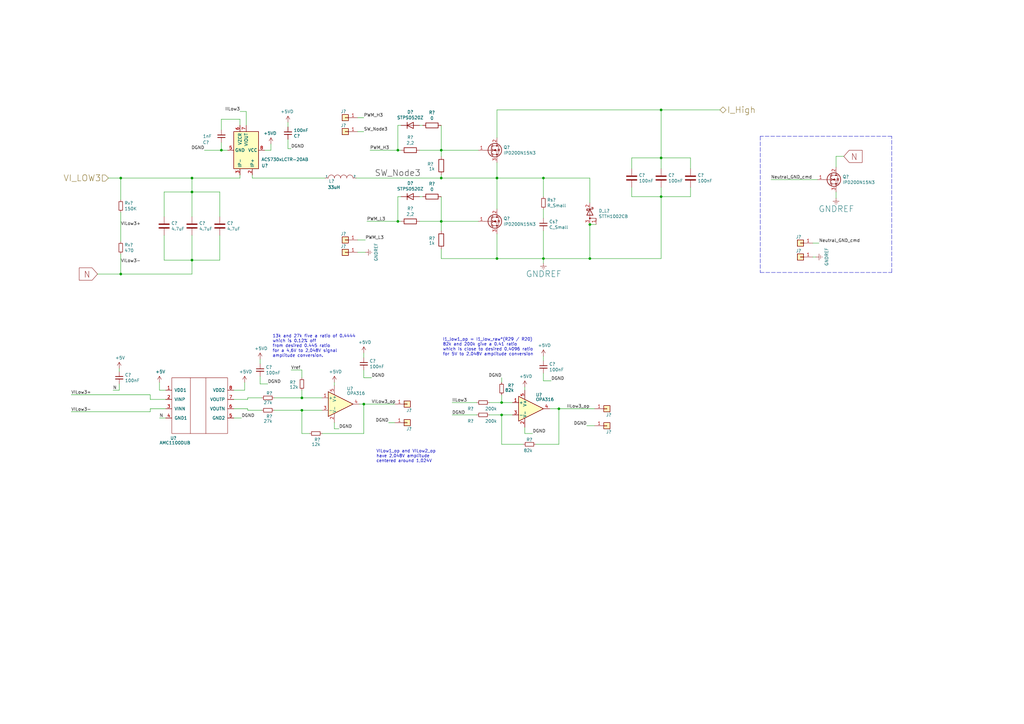
<source format=kicad_sch>
(kicad_sch (version 20211123) (generator eeschema)
  (paper "A3")
  (lib_symbols
    (symbol "Amplifier_Operational:TLV6001DCK" (pin_names (offset 0.127))
      (property "Reference" "U" (at 7.62 2.54 0))
      (property "Value" "Amplifier_Operational_TLV6001DCK" (at 11.43 -2.54 0))
      (symbol "TLV6001DCK_0_1"
        (polyline (pts (xy -2.54 5.08) (xy -2.54 -5.08) (xy 7.62 0) (xy -2.54 5.08)) (stroke (width 0.254)) (fill (type background)))
      )
      (symbol "TLV6001DCK_1_1"
        (pin input line (at -5.08 2.54 0) (length 2.54) (name "+") (number "1"))
        (pin power_in line (at 0 -7.62 90) (length 3.81) (name "V-") (number "2"))
        (pin input line (at -5.08 -2.54 0) (length 2.54) (name "-") (number "3"))
        (pin output line (at 10.16 0 180) (length 2.54) (name "~") (number "4"))
        (pin power_in line (at 0 7.62 270) (length 3.81) (name "V+") (number "5"))
      )
    )
    (symbol "Connector_Generic:Conn_01x01" (pin_names (offset 1.016) hide)
      (property "Reference" "J" (at 0 2.54 0))
      (property "Value" "Connector_Generic_Conn_01x01" (at 0 -2.54 0))
      (symbol "Conn_01x01_1_1"
        (rectangle (start -1.27 0.127) (end 0 -0.127) (stroke (width 0.1524)))
        (rectangle (start -1.27 1.27) (end 1.27 -1.27) (stroke (width 0.254)) (fill (type background)))
        (pin passive line (at -5.08 0 0) (length 3.81) (name "Pin_1") (number "1"))
      )
    )
    (symbol "Device:C" (pin_numbers hide) (pin_names (offset 0.254))
      (property "Reference" "C" (at 0.635 2.54 0))
      (property "Value" "Device_C" (at 0.635 -2.54 0))
      (symbol "C_0_1"
        (polyline (pts (xy -2.032 -0.762) (xy 2.032 -0.762)) (stroke (width 0.508)))
        (polyline (pts (xy -2.032 0.762) (xy 2.032 0.762)) (stroke (width 0.508)))
      )
      (symbol "C_1_1"
        (pin passive line (at 0 3.81 270) (length 2.794) (name "~") (number "1"))
        (pin passive line (at 0 -3.81 90) (length 2.794) (name "~") (number "2"))
      )
    )
    (symbol "Device:C_Small" (pin_numbers hide) (pin_names (offset 0.254) hide)
      (property "Reference" "C" (at 0.254 1.778 0))
      (property "Value" "Device_C_Small" (at 0.254 -2.032 0))
      (symbol "C_Small_0_1"
        (polyline (pts (xy -1.524 -0.508) (xy 1.524 -0.508)) (stroke (width 0.3302)))
        (polyline (pts (xy -1.524 0.508) (xy 1.524 0.508)) (stroke (width 0.3048)))
      )
      (symbol "C_Small_1_1"
        (pin passive line (at 0 2.54 270) (length 2.032) (name "~") (number "1"))
        (pin passive line (at 0 -2.54 90) (length 2.032) (name "~") (number "2"))
      )
    )
    (symbol "Device:D" (pin_numbers hide) (pin_names (offset 1.016) hide)
      (property "Reference" "D" (at 0 2.54 0))
      (property "Value" "Device_D" (at 0 -2.54 0))
      (symbol "D_0_1"
        (polyline (pts (xy -1.27 1.27) (xy -1.27 -1.27)) (stroke (width 0.254)))
        (polyline (pts (xy 1.27 0) (xy -1.27 0)))
        (polyline (pts (xy 1.27 1.27) (xy 1.27 -1.27) (xy -1.27 0) (xy 1.27 1.27)) (stroke (width 0.254)))
      )
      (symbol "D_1_1"
        (pin passive line (at -3.81 0 0) (length 2.54) (name "K") (number "1"))
        (pin passive line (at 3.81 0 180) (length 2.54) (name "A") (number "2"))
      )
    )
    (symbol "Device:D_Schottky_AKA" (pin_names (offset 0) hide)
      (property "Reference" "D" (at 0 2.54 0))
      (property "Value" "Device_D_Schottky_AKA" (at 0 -2.54 0))
      (symbol "D_Schottky_AKA_0_1"
        (polyline (pts (xy 1.27 1.27) (xy 1.27 -1.27) (xy -1.27 0) (xy 1.27 1.27)) (stroke (width 0.254)))
        (polyline (pts (xy 3.81 2.54) (xy 2.54 2.54) (xy 2.54 0) (xy -1.27 0)))
        (polyline (pts (xy -1.905 0.635) (xy -1.905 1.27) (xy -1.27 1.27) (xy -1.27 -1.27) (xy -0.635 -1.27) (xy -0.635 -0.635)) (stroke (width 0.254)))
        (circle (center 2.54 0) (radius 0.254) (fill (type outline)))
      )
      (symbol "D_Schottky_AKA_1_1"
        (pin input line (at 5.08 2.54 180) (length 2.54) (name "A") (number "1"))
        (pin passive line (at -3.81 0 0) (length 2.54) (name "K") (number "2"))
        (pin passive line (at 5.08 0 180) (length 2.54) (name "A") (number "3"))
      )
    )
    (symbol "Device:R" (pin_numbers hide) (pin_names (offset 0))
      (property "Reference" "R" (at 2.032 0 90))
      (property "Value" "Device_R" (at 0 0 90))
      (symbol "R_0_1"
        (rectangle (start -1.016 -2.54) (end 1.016 2.54) (stroke (width 0.254)))
      )
      (symbol "R_1_1"
        (pin passive line (at 0 3.81 270) (length 1.27) (name "~") (number "1"))
        (pin passive line (at 0 -3.81 90) (length 1.27) (name "~") (number "2"))
      )
    )
    (symbol "Device:R_Small" (pin_numbers hide) (pin_names (offset 0.254) hide)
      (property "Reference" "R" (at 0.762 0.508 0))
      (property "Value" "Device_R_Small" (at 0.762 -1.016 0))
      (symbol "R_Small_0_1"
        (rectangle (start -0.762 1.778) (end 0.762 -1.778) (stroke (width 0.2032)))
      )
      (symbol "R_Small_1_1"
        (pin passive line (at 0 2.54 270) (length 0.762) (name "~") (number "1"))
        (pin passive line (at 0 -2.54 90) (length 0.762) (name "~") (number "2"))
      )
    )
    (symbol "Sensor_Current:ACS730xLCTR-20AB"
      (property "Reference" "U" (at -7.62 6.35 0))
      (property "Value" "Sensor_Current_ACS730xLCTR-20AB" (at 1.27 6.35 0))
      (symbol "ACS730xLCTR-20AB_0_1"
        (rectangle (start -7.62 5.08) (end 7.62 -5.08) (stroke (width 0.254)) (fill (type background)))
      )
      (symbol "ACS730xLCTR-20AB_1_1"
        (pin passive line (at -10.16 2.54 0) (length 2.54) hide (name "IP+") (number "1"))
        (pin passive line (at -10.16 2.54 0) (length 2.54) (name "IP+") (number "2"))
        (pin passive line (at -10.16 -2.54 0) (length 2.54) (name "IP-") (number "3"))
        (pin passive line (at -10.16 -2.54 0) (length 2.54) hide (name "IP-") (number "4"))
        (pin power_in line (at 0 -7.62 90) (length 2.54) (name "GND") (number "5"))
        (pin passive line (at 10.16 -2.54 180) (length 2.54) (name "VZCR") (number "6"))
        (pin output line (at 10.16 0 180) (length 2.54) (name "VIOUT") (number "7"))
        (pin power_in line (at 0 7.62 270) (length 2.54) (name "VCC") (number "8"))
      )
    )
    (symbol "Symbols:AMC1100" (pin_names (offset 1.016))
      (property "Reference" "U" (at 0 -6.35 0))
      (property "Value" "AMC1100" (at 0 -8.89 0))
      (symbol "AMC1100_0_1"
        (rectangle (start -11.43 12.7) (end 11.43 -10.16))
        (polyline (pts (xy -3.81 12.7) (xy -3.81 -10.16)))
        (polyline (pts (xy 2.54 12.7) (xy 2.54 -10.16)))
      )
      (symbol "AMC1100_1_1"
        (pin power_in line (at -13.97 7.62 0) (length 2.54) (name "VDD1") (number "1"))
        (pin input line (at -13.97 3.81 0) (length 2.54) (name "VINP") (number "2"))
        (pin input line (at -13.97 0 0) (length 2.54) (name "VINN") (number "3"))
        (pin power_in line (at -13.97 -3.81 0) (length 2.54) (name "GND1") (number "4"))
        (pin power_in line (at 13.97 -3.81 180) (length 2.54) (name "GND2") (number "5"))
        (pin output line (at 13.97 0 180) (length 2.54) (name "VOUTN") (number "6"))
        (pin output line (at 13.97 3.81 180) (length 2.54) (name "VOUTP") (number "7"))
        (pin power_in line (at 13.97 7.62 180) (length 2.54) (name "VDD2") (number "8"))
      )
    )
    (symbol "Transistor_FET:QM6006D" (pin_names hide)
      (property "Reference" "Q" (at 5.08 1.905 0))
      (property "Value" "Transistor_FET_QM6006D" (at 5.08 0 0))
      (symbol "QM6006D_0_1"
        (polyline (pts (xy 0.254 0) (xy -2.54 0)))
        (polyline (pts (xy 0.254 1.905) (xy 0.254 -1.905)) (stroke (width 0.254)))
        (polyline (pts (xy 0.762 -1.27) (xy 0.762 -2.286)) (stroke (width 0.254)))
        (polyline (pts (xy 0.762 0.508) (xy 0.762 -0.508)) (stroke (width 0.254)))
        (polyline (pts (xy 0.762 2.286) (xy 0.762 1.27)) (stroke (width 0.254)))
        (polyline (pts (xy 2.54 2.54) (xy 2.54 1.778)))
        (polyline (pts (xy 2.54 -2.54) (xy 2.54 0) (xy 0.762 0)))
        (polyline (pts (xy 0.762 -1.778) (xy 3.302 -1.778) (xy 3.302 1.778) (xy 0.762 1.778)))
        (polyline (pts (xy 1.016 0) (xy 2.032 0.381) (xy 2.032 -0.381) (xy 1.016 0)) (fill (type outline)))
        (polyline (pts (xy 2.794 0.508) (xy 2.921 0.381) (xy 3.683 0.381) (xy 3.81 0.254)))
        (polyline (pts (xy 3.302 0.381) (xy 2.921 -0.254) (xy 3.683 -0.254) (xy 3.302 0.381)))
        (circle (center 1.651 0) (radius 2.794) (stroke (width 0.254)))
        (circle (center 2.54 -1.778) (radius 0.254) (fill (type outline)))
        (circle (center 2.54 1.778) (radius 0.254) (fill (type outline)))
      )
      (symbol "QM6006D_1_1"
        (pin input line (at -5.08 0 0) (length 2.54) (name "G") (number "1"))
        (pin passive line (at 2.54 5.08 270) (length 2.54) (name "D") (number "2"))
        (pin passive line (at 2.54 -5.08 90) (length 2.54) (name "S") (number "3"))
      )
    )
    (symbol "power:+5V" (power) (pin_names (offset 0))
      (property "Value" "power_+5V" (at 0 3.556 0))
      (symbol "+5V_0_1"
        (polyline (pts (xy -0.762 1.27) (xy 0 2.54)))
        (polyline (pts (xy 0 0) (xy 0 2.54)))
        (polyline (pts (xy 0 2.54) (xy 0.762 1.27)))
      )
      (symbol "+5V_1_1"
        (pin power_in line (at 0 0 90) (length 0) hide (name "+5V") (number "1"))
      )
    )
    (symbol "power:+5VD" (power) (pin_names (offset 0))
      (property "Value" "power_+5VD" (at 0 3.556 0))
      (symbol "+5VD_0_1"
        (polyline (pts (xy -0.762 1.27) (xy 0 2.54)))
        (polyline (pts (xy 0 0) (xy 0 2.54)))
        (polyline (pts (xy 0 2.54) (xy 0.762 1.27)))
      )
      (symbol "+5VD_1_1"
        (pin power_in line (at 0 0 90) (length 0) hide (name "+5VD") (number "1"))
      )
    )
    (symbol "power:GNDREF" (power) (pin_names (offset 0))
      (property "Value" "power_GNDREF" (at 0 -3.81 0))
      (symbol "GNDREF_0_1"
        (polyline (pts (xy -0.635 -1.905) (xy 0.635 -1.905)))
        (polyline (pts (xy -0.127 -2.54) (xy 0.127 -2.54)))
        (polyline (pts (xy 0 -1.27) (xy 0 0)))
        (polyline (pts (xy 1.27 -1.27) (xy -1.27 -1.27)))
      )
      (symbol "GNDREF_1_1"
        (pin power_in line (at 0 0 270) (length 0) hide (name "GNDREF") (number "1"))
      )
    )
    (symbol "pspice:INDUCTOR" (pin_numbers hide) (pin_names (offset 0))
      (property "Reference" "L" (at 0 2.54 0))
      (property "Value" "pspice_INDUCTOR" (at 0 -1.27 0))
      (symbol "INDUCTOR_0_1"
        (arc (start -2.54 0) (mid -3.81 1.27) (end -5.08 0))
        (arc (start 0 0) (mid -1.27 1.27) (end -2.54 0))
        (arc (start 2.54 0) (mid 1.27 1.27) (end 0 0))
        (arc (start 5.08 0) (mid 3.81 1.27) (end 2.54 0))
      )
      (symbol "INDUCTOR_1_1"
        (pin input line (at -6.35 0 0) (length 1.27) (name "1") (number "1"))
        (pin input line (at 6.35 0 180) (length 1.27) (name "2") (number "2"))
      )
    )
  )
  (junction (at 229.235 167.64))
  (junction (at 241.935 92.075))
  (junction (at 90.805 61.595))
  (junction (at 78.74 78.74))
  (junction (at 149.225 165.735))
  (junction (at 180.975 61.595))
  (junction (at 271.145 80.645))
  (junction (at 222.885 106.045))
  (junction (at 180.975 73.025))
  (junction (at 49.53 73.025))
  (junction (at 78.74 106.68))
  (junction (at 180.975 90.805))
  (junction (at 203.835 73.025))
  (junction (at 49.53 112.395))
  (junction (at 222.885 73.025))
  (junction (at 203.835 106.045))
  (junction (at 123.825 163.195))
  (junction (at 78.74 73.025))
  (junction (at 205.74 165.1))
  (junction (at 271.145 64.77))
  (junction (at 163.195 61.595))
  (junction (at 241.935 106.045))
  (junction (at 123.825 168.275))
  (junction (at 205.74 170.18))
  (junction (at 271.145 45.085))
  (junction (at 163.195 90.805))
  (wire (pts (xy 100.33 160.02) (xy 100.33 156.845)))
  (wire (pts (xy 146.685 53.975) (xy 149.225 53.975)))
  (wire (pts (xy 180.975 73.025) (xy 203.835 73.025)))
  (wire (pts (xy 90.805 48.895) (xy 98.425 48.895)))
  (wire (pts (xy 112.395 163.195) (xy 123.825 163.195)))
  (wire (pts (xy 49.53 73.025) (xy 78.74 73.025)))
  (wire (pts (xy 180.975 90.805) (xy 196.215 90.805)))
  (wire (pts (xy 159.385 173.355) (xy 161.925 173.355)))
  (wire (pts (xy 49.53 112.395) (xy 78.74 112.395)))
  (wire (pts (xy 200.66 170.18) (xy 205.74 170.18)))
  (wire (pts (xy 203.835 45.085) (xy 271.145 45.085)))
  (wire (pts (xy 49.53 104.14) (xy 49.53 112.395)))
  (wire (pts (xy 229.235 182.245) (xy 229.235 167.64)))
  (wire (pts (xy 203.835 73.025) (xy 222.885 73.025)))
  (wire (pts (xy 243.84 174.625) (xy 240.665 174.625)))
  (wire (pts (xy 49.53 86.995) (xy 49.53 99.06)))
  (wire (pts (xy 222.885 85.725) (xy 222.885 89.535)))
  (wire (pts (xy 210.185 165.1) (xy 205.74 165.1)))
  (wire (pts (xy 203.835 95.885) (xy 203.835 106.045)))
  (wire (pts (xy 222.885 106.045) (xy 241.935 106.045)))
  (wire (pts (xy 98.425 48.895) (xy 98.425 51.435)))
  (wire (pts (xy 101.6 168.275) (xy 107.315 168.275)))
  (wire (pts (xy 271.145 80.645) (xy 259.08 80.645)))
  (wire (pts (xy 67.31 88.9) (xy 67.31 78.74)))
  (wire (pts (xy 137.16 175.895) (xy 139.065 175.895)))
  (wire (pts (xy 149.225 177.8) (xy 149.225 165.735)))
  (wire (pts (xy 203.835 66.675) (xy 203.835 73.025)))
  (wire (pts (xy 180.975 61.595) (xy 172.085 61.595)))
  (wire (pts (xy 78.74 78.74) (xy 78.74 88.9)))
  (wire (pts (xy 111.125 61.595) (xy 108.585 61.595)))
  (wire (pts (xy 163.195 51.435) (xy 163.195 61.595)))
  (wire (pts (xy 222.885 153.035) (xy 222.885 156.21)))
  (wire (pts (xy 283.21 69.215) (xy 283.21 64.77)))
  (wire (pts (xy 163.195 61.595) (xy 151.765 61.595)))
  (wire (pts (xy 180.975 61.595) (xy 180.975 64.135)))
  (wire (pts (xy 137.16 173.355) (xy 137.16 175.895)))
  (wire (pts (xy 90.17 88.9) (xy 90.17 78.74)))
  (wire (pts (xy 123.825 168.275) (xy 132.08 168.275)))
  (wire (pts (xy 241.935 106.045) (xy 271.145 106.045)))
  (wire (pts (xy 118.11 50.165) (xy 118.11 52.07)))
  (wire (pts (xy 78.74 78.74) (xy 78.74 73.025)))
  (wire (pts (xy 149.225 151.765) (xy 149.225 154.94)))
  (polyline (pts (xy 311.785 55.88) (xy 311.785 111.76)))
  (wire (pts (xy 316.23 73.66) (xy 335.28 73.66)))
  (wire (pts (xy 222.885 156.21) (xy 226.06 156.21)))
  (wire (pts (xy 67.945 163.83) (xy 61.595 163.83)))
  (wire (pts (xy 180.975 94.615) (xy 180.975 90.805)))
  (wire (pts (xy 244.475 92.075) (xy 241.935 92.075)))
  (wire (pts (xy 180.975 61.595) (xy 180.975 51.435)))
  (wire (pts (xy 205.74 182.245) (xy 205.74 170.18)))
  (wire (pts (xy 90.805 58.42) (xy 90.805 61.595)))
  (wire (pts (xy 90.17 96.52) (xy 90.17 106.68)))
  (wire (pts (xy 222.885 146.05) (xy 222.885 147.955)))
  (wire (pts (xy 335.915 99.695) (xy 333.375 99.695)))
  (wire (pts (xy 103.505 73.025) (xy 133.35 73.025)))
  (wire (pts (xy 271.145 76.835) (xy 271.145 80.645)))
  (wire (pts (xy 271.145 64.77) (xy 283.21 64.77)))
  (wire (pts (xy 164.465 51.435) (xy 163.195 51.435)))
  (wire (pts (xy 164.465 90.805) (xy 163.195 90.805)))
  (wire (pts (xy 219.71 182.245) (xy 229.235 182.245)))
  (wire (pts (xy 222.885 106.045) (xy 222.885 107.95)))
  (wire (pts (xy 123.825 168.275) (xy 123.825 177.8)))
  (wire (pts (xy 271.145 45.085) (xy 295.275 45.085)))
  (wire (pts (xy 123.825 160.02) (xy 123.825 163.195)))
  (wire (pts (xy 271.145 45.085) (xy 271.145 64.77)))
  (wire (pts (xy 67.31 78.74) (xy 78.74 78.74)))
  (wire (pts (xy 185.42 170.18) (xy 195.58 170.18)))
  (wire (pts (xy 214.63 182.245) (xy 205.74 182.245)))
  (wire (pts (xy 118.11 57.15) (xy 118.11 60.96)))
  (wire (pts (xy 65.405 171.45) (xy 67.945 171.45)))
  (wire (pts (xy 229.235 167.64) (xy 243.84 167.64)))
  (wire (pts (xy 44.45 73.025) (xy 49.53 73.025)))
  (wire (pts (xy 180.975 71.755) (xy 180.975 73.025)))
  (wire (pts (xy 100.965 45.72) (xy 100.965 51.435)))
  (wire (pts (xy 196.215 61.595) (xy 180.975 61.595)))
  (wire (pts (xy 173.355 80.645) (xy 172.085 80.645)))
  (wire (pts (xy 205.74 154.94) (xy 205.74 156.845)))
  (wire (pts (xy 95.885 167.64) (xy 101.6 167.64)))
  (wire (pts (xy 271.145 80.645) (xy 283.21 80.645)))
  (wire (pts (xy 200.66 165.1) (xy 205.74 165.1)))
  (wire (pts (xy 98.425 71.755) (xy 98.425 73.025)))
  (wire (pts (xy 67.31 96.52) (xy 67.31 106.68)))
  (wire (pts (xy 215.265 158.75) (xy 215.265 160.02)))
  (wire (pts (xy 333.375 105.41) (xy 334.645 105.41)))
  (wire (pts (xy 29.21 161.925) (xy 61.595 161.925)))
  (wire (pts (xy 48.895 151.13) (xy 48.895 152.4)))
  (wire (pts (xy 342.9 64.135) (xy 342.9 68.58)))
  (wire (pts (xy 215.265 177.8) (xy 218.44 177.8)))
  (wire (pts (xy 123.825 154.94) (xy 123.825 151.765)))
  (wire (pts (xy 103.505 71.755) (xy 103.505 73.025)))
  (wire (pts (xy 222.885 73.025) (xy 222.885 80.645)))
  (wire (pts (xy 95.885 160.02) (xy 100.33 160.02)))
  (wire (pts (xy 180.975 102.235) (xy 180.975 106.045)))
  (wire (pts (xy 241.935 73.025) (xy 241.935 83.185)))
  (wire (pts (xy 195.58 165.1) (xy 185.42 165.1)))
  (wire (pts (xy 215.265 175.26) (xy 215.265 177.8)))
  (wire (pts (xy 149.86 98.425) (xy 146.685 98.425)))
  (polyline (pts (xy 311.785 111.76) (xy 365.76 111.76)))
  (wire (pts (xy 112.395 168.275) (xy 123.825 168.275)))
  (wire (pts (xy 95.885 171.45) (xy 99.06 171.45)))
  (wire (pts (xy 149.225 165.735) (xy 147.32 165.735)))
  (wire (pts (xy 90.805 61.595) (xy 93.345 61.595)))
  (wire (pts (xy 101.6 163.195) (xy 101.6 163.83)))
  (wire (pts (xy 61.595 163.83) (xy 61.595 161.925)))
  (wire (pts (xy 150.495 90.805) (xy 163.195 90.805)))
  (wire (pts (xy 119.38 60.96) (xy 118.11 60.96)))
  (wire (pts (xy 163.195 80.645) (xy 163.195 90.805)))
  (wire (pts (xy 180.975 90.805) (xy 172.085 90.805)))
  (wire (pts (xy 29.21 168.91) (xy 61.595 168.91)))
  (wire (pts (xy 241.935 106.045) (xy 241.935 92.075)))
  (wire (pts (xy 48.895 157.48) (xy 48.895 160.02)))
  (wire (pts (xy 46.355 160.02) (xy 48.895 160.02)))
  (wire (pts (xy 123.825 151.765) (xy 119.38 151.765)))
  (wire (pts (xy 173.355 51.435) (xy 172.085 51.435)))
  (wire (pts (xy 83.82 61.595) (xy 90.805 61.595)))
  (wire (pts (xy 111.125 59.055) (xy 111.125 61.595)))
  (wire (pts (xy 180.975 106.045) (xy 203.835 106.045)))
  (wire (pts (xy 149.225 154.94) (xy 152.4 154.94)))
  (wire (pts (xy 203.835 73.025) (xy 203.835 85.725)))
  (wire (pts (xy 106.68 147.32) (xy 106.68 149.225)))
  (wire (pts (xy 203.835 106.045) (xy 222.885 106.045)))
  (wire (pts (xy 137.16 156.845) (xy 137.16 158.115)))
  (wire (pts (xy 271.145 69.215) (xy 271.145 64.77)))
  (wire (pts (xy 222.885 73.025) (xy 241.935 73.025)))
  (wire (pts (xy 106.68 154.305) (xy 106.68 157.48)))
  (wire (pts (xy 180.975 90.805) (xy 180.975 80.645)))
  (wire (pts (xy 259.08 76.835) (xy 259.08 80.645)))
  (wire (pts (xy 149.225 48.26) (xy 146.685 48.26)))
  (wire (pts (xy 222.885 94.615) (xy 222.885 106.045)))
  (wire (pts (xy 101.6 163.83) (xy 95.885 163.83)))
  (wire (pts (xy 283.21 80.645) (xy 283.21 76.835)))
  (wire (pts (xy 123.825 163.195) (xy 132.08 163.195)))
  (wire (pts (xy 342.9 64.135) (xy 346.075 64.135)))
  (wire (pts (xy 90.17 78.74) (xy 78.74 78.74)))
  (wire (pts (xy 78.74 106.68) (xy 90.17 106.68)))
  (wire (pts (xy 123.825 177.8) (xy 127 177.8)))
  (wire (pts (xy 271.145 80.645) (xy 271.145 106.045)))
  (wire (pts (xy 107.315 163.195) (xy 101.6 163.195)))
  (wire (pts (xy 164.465 80.645) (xy 163.195 80.645)))
  (wire (pts (xy 132.08 177.8) (xy 149.225 177.8)))
  (wire (pts (xy 67.31 106.68) (xy 78.74 106.68)))
  (wire (pts (xy 78.74 106.68) (xy 78.74 112.395)))
  (wire (pts (xy 259.08 64.77) (xy 271.145 64.77)))
  (wire (pts (xy 49.53 81.915) (xy 49.53 73.025)))
  (wire (pts (xy 164.465 61.595) (xy 163.195 61.595)))
  (wire (pts (xy 90.805 53.34) (xy 90.805 48.895)))
  (wire (pts (xy 106.68 157.48) (xy 109.855 157.48)))
  (wire (pts (xy 149.225 144.78) (xy 149.225 146.685)))
  (wire (pts (xy 40.005 112.395) (xy 49.53 112.395)))
  (wire (pts (xy 203.835 45.085) (xy 203.835 56.515)))
  (wire (pts (xy 205.74 170.18) (xy 210.185 170.18)))
  (wire (pts (xy 259.08 64.77) (xy 259.08 69.215)))
  (wire (pts (xy 225.425 167.64) (xy 229.235 167.64)))
  (wire (pts (xy 67.945 167.64) (xy 61.595 167.64)))
  (wire (pts (xy 67.945 160.02) (xy 65.405 160.02)))
  (wire (pts (xy 101.6 167.64) (xy 101.6 168.275)))
  (wire (pts (xy 78.74 73.025) (xy 98.425 73.025)))
  (wire (pts (xy 78.74 96.52) (xy 78.74 106.68)))
  (wire (pts (xy 149.225 165.735) (xy 161.925 165.735)))
  (polyline (pts (xy 365.76 55.88) (xy 311.785 55.88)))
  (wire (pts (xy 98.425 45.72) (xy 100.965 45.72)))
  (wire (pts (xy 61.595 167.64) (xy 61.595 168.91)))
  (wire (pts (xy 342.9 78.74) (xy 342.9 81.28)))
  (wire (pts (xy 149.86 103.505) (xy 146.685 103.505)))
  (wire (pts (xy 205.74 165.1) (xy 205.74 161.925)))
  (wire (pts (xy 65.405 156.845) (xy 65.405 160.02)))
  (wire (pts (xy 146.05 73.025) (xy 180.975 73.025)))
  (polyline (pts (xy 365.76 111.76) (xy 365.76 55.88)))
  (text "I1_low1_op = I1_low_raw*(R29 / R20) \n82k and 200k give a 0.41 ratio \nwhich is close to desired 0,4096 ratio\nfor 5V to 2,048V amplitude conversion" (at 181.61 146.05 0) (effects (font (size 1.2446 1.2446)) (justify left bottom)))
  (text "VILow1_op and VILow2_op \nhave 2,048V amplitude \ncentered around 1,024V\n" (at 154.305 189.865 0) (effects (font (size 1.2446 1.2446)) (justify left bottom)))
  (text "13k and 27k five a ratio of 0.4444\nwhich is 0.12% off\nfrom desired 0.445 ratio \nfor a 4,6V to 2,048V signal \namplitude conversion. " (at 111.76 146.685 0) (effects (font (size 1.2446 1.2446)) (justify left bottom)))
  (label "SW_Node3" (at 153.67 73.025 0) (effects (font (size 2.4892 2.4892))))
  (label "DGND" (at 218.44 177.8 0))
  (label "DGND" (at 226.06 156.21 0))
  (label "VILow3+" (at 29.21 161.925 0))
  (label "IILow3_op" (at 232.41 167.64 0))
  (label "DGND" (at 240.665 174.625 180))
  (label "DGND" (at 185.42 170.18 0))
  (label "VILow3-" (at 49.53 107.95 0))
  (label "DGND" (at 159.385 173.355 180))
  (label "DGND" (at 99.06 171.45 0))
  (label "VILow3-" (at 29.21 168.91 0))
  (label "PWM_H3" (at 151.765 61.595 0))
  (label "Vref" (at 119.38 151.765 0))
  (label "Neutral_GND_cmd" (at 316.23 73.66 0))
  (label "DGND" (at 83.82 61.595 180))
  (label "DGND" (at 119.38 60.96 0))
  (label "DGND" (at 205.74 154.94 180))
  (label "VILow3_op" (at 152.4 165.735 0))
  (label "N" (at 65.405 171.45 0))
  (label "VILow3+" (at 49.53 92.71 0))
  (label "Neutral_GND_cmd" (at 335.915 99.695 0))
  (label "DGND" (at 109.855 157.48 0))
  (label "IILow3" (at 185.42 165.1 0))
  (label "IILow3" (at 98.425 45.72 180))
  (label "SW_Node3" (at 149.225 53.975 0))
  (label "PWM_L3" (at 150.495 90.805 0))
  (label "PWM_L3" (at 149.86 98.425 0))
  (label "DGND" (at 139.065 175.895 0))
  (label "DGND" (at 152.4 154.94 0))
  (label "PWM_H3" (at 149.225 48.26 0))
  (label "N" (at 46.355 160.02 0))
  (global_label "N" (shape input) (at 346.075 64.135 0) (effects (font (size 2.54 2.54))) (property "Références Inter-Feuilles" "${INTERSHEET_REFS}" (effects hide)))
  (global_label "N" (shape input) (at 40.005 112.395 180) (effects (font (size 2.54 2.54))) (property "Références Inter-Feuilles" "${INTERSHEET_REFS}" (effects hide)))
  (hierarchical_label "VI_LOW3" (shape input) (at 44.45 73.025 180) (effects (font (size 2.54 2.54))))
  (hierarchical_label "I_High" (shape bidirectional) (at 295.275 45.085 0) (effects (font (size 2.54 2.54))))
  (symbol (lib_id "Device:C_Small") (at 149.225 149.225 0) (unit 1)
    (property "Reference" "C?" (at 151.5618 148.0566 0) (effects (justify left)))
    (property "Value" "100nF" (at 151.5618 150.368 0) (effects (justify left)))
    (property "Footprint" "Capacitor_SMD:C_0805_2012Metric" (effects hide))
    (property "manf#" "CC0805KRX7R9BB104" (effects hide))
  )
  (symbol (lib_id "Connector_Generic:Conn_01x01") (at 167.005 165.735 0) (unit 1)
    (property "Reference" "J?" (at 168.91 168.275 0) (effects (justify right)))
    (property "Value" "Conn_01x01" (effects hide))
    (property "Footprint" "Footprints:0906_millmax" (effects hide))
    (property "Datasheet" "https://www.mill-max.com/products/pin/0906/0906-0-15-20-76-14-11-0?s_term=0906-0-15-20-76-14-11-0&s_type=Quick%2FProduct%2FPart+Number+Search" (effects hide))
    (property "manf#" "0906-0-15-20-76-14-11-0" (effects hide))
  )
  (symbol (lib_id "Device:R_Small") (at 129.54 177.8 90) (unit 1)
    (property "Reference" "R?" (at 131.445 180.34 90) (effects (justify left)))
    (property "Value" "12k" (at 131.445 182.245 90) (effects (justify left)))
    (property "Footprint" "Resistor_SMD:R_0805_2012Metric" (effects hide))
    (property "manf#" "RC0805FR-0712KL" (effects hide))
  )
  (symbol (lib_id "Transistor_FET:QM6006D") (at 201.295 90.805 0) (unit 1)
    (property "Reference" "Q?" (at 206.502 89.6366 0) (effects (justify left)))
    (property "Value" "IPD200N15N3" (at 206.502 91.948 0) (effects (justify left)))
    (property "Footprint" "Package_TO_SOT_SMD:TO-252-2" (effects hide))
    (property "Datasheet" "https://www.infineon.com/dgdl/Infineon-IPD200N15N3%20G-DS-v02_07-EN.pdf?fileId=5546d4624fb7fef2014ff59238932dbf" (effects hide))
    (property "manf#" "IPD200N15N3GATMA1" (effects hide))
  )
  (symbol (lib_id "power:GNDREF") (at 149.86 103.505 90) (unit 1)
    (property "Reference" "#PWR?" (effects hide))
    (property "Value" "GNDREF" (at 154.2542 103.378 0))
  )
  (symbol (lib_id "power:GNDREF") (at 222.885 107.95 0) (unit 1)
    (property "Reference" "#PWR?" (effects hide))
    (property "Value" "GNDREF" (at 223.012 112.3442 0) (effects (font (size 2.4892 2.4892))))
  )
  (symbol (lib_id "Device:R_Small") (at 49.53 101.6 0) (unit 1)
    (property "Reference" "Rv?" (at 51.0286 100.4316 0) (effects (justify left)))
    (property "Value" "470" (at 51.0286 102.743 0) (effects (justify left)))
    (property "Footprint" "Resistor_SMD:R_0805_2012Metric" (effects hide))
    (property "manf#" "TNPW0805470RDEEA" (effects hide))
  )
  (symbol (lib_id "power:+5VD") (at 149.225 144.78 0) (unit 1)
    (property "Reference" "#PWR?" (effects hide))
    (property "Value" "+5VD" (at 149.606 140.3858 0))
  )
  (symbol (lib_id "Device:R") (at 177.165 80.645 90) (unit 1)
    (property "Reference" "R?" (at 177.165 75.3872 90))
    (property "Value" "0" (at 177.165 77.6986 90))
    (property "Footprint" "Resistor_SMD:R_0805_2012Metric" (effects hide))
    (property "manf#" "RC0805FR-070RL" (effects hide))
  )
  (symbol (lib_id "power:+5VD") (at 215.265 158.75 0) (unit 1)
    (property "Reference" "#PWR?" (effects hide))
    (property "Value" "+5VD" (at 215.646 154.3558 0))
  )
  (symbol (lib_id "Transistor_FET:QM6006D") (at 340.36 73.66 0) (unit 1)
    (property "Reference" "Q?" (at 345.567 72.4916 0) (effects (justify left)))
    (property "Value" "IPD200N15N3" (at 345.567 74.803 0) (effects (justify left)))
    (property "Footprint" "Package_TO_SOT_SMD:TO-252-2" (effects hide))
    (property "Datasheet" "https://www.infineon.com/dgdl/Infineon-IPD200N15N3%20G-DS-v02_07-EN.pdf?fileId=5546d4624fb7fef2014ff59238932dbf" (effects hide))
    (property "manf#" "IPD200N15N3GATMA1" (effects hide))
  )
  (symbol (lib_id "Device:R_Small") (at 109.855 168.275 90) (unit 1)
    (property "Reference" "R?" (at 111.76 170.815 90) (effects (justify left)))
    (property "Value" "27k" (at 111.76 172.72 90) (effects (justify left)))
    (property "Footprint" "Resistor_SMD:R_0805_2012Metric" (effects hide))
    (property "manf#" "RC0805FR-0727KL" (effects hide))
  )
  (symbol (lib_id "Device:C_Small") (at 48.895 154.94 0) (unit 1)
    (property "Reference" "C?" (at 51.2318 153.7716 0) (effects (justify left)))
    (property "Value" "100nF" (at 51.2318 156.083 0) (effects (justify left)))
    (property "Footprint" "Capacitor_SMD:C_0805_2012Metric" (effects hide))
    (property "manf#" "CC0805KRX7R9BB104" (effects hide))
  )
  (symbol (lib_id "Symbols:AMC1100") (at 81.915 167.64 0) (unit 1)
    (property "Reference" "U?" (at 71.12 179.705 0))
    (property "Value" "AMC1100DUB" (at 71.755 181.61 0))
    (property "Footprint" "Footprints:SOP-8_6.62x9.15mm_P2.54mm" (effects hide))
    (property "Datasheet" "https://www.ti.com/lit/ds/symlink/amc1100.pdf?ts=1622519237932&ref_url=https%253A%252F%252Fwww.google.com%252F" (effects hide))
    (property "manf#" "AMC1100DUB" (effects hide))
  )
  (symbol (lib_id "Connector_Generic:Conn_01x01") (at 141.605 103.505 180) (unit 1)
    (property "Reference" "J?" (at 139.7 100.965 0) (effects (justify right)))
    (property "Value" "Conn_01x01" (effects hide))
    (property "Footprint" "Footprints:0906_millmax" (effects hide))
    (property "Datasheet" "https://www.mill-max.com/products/pin/0906/0906-0-15-20-76-14-11-0?s_term=0906-0-15-20-76-14-11-0&s_type=Quick%2FProduct%2FPart+Number+Search" (effects hide))
    (property "manf#" "0906-0-15-20-76-14-11-0" (effects hide))
  )
  (symbol (lib_id "Device:R_Small") (at 222.885 83.185 0) (unit 1)
    (property "Reference" "Rs?" (at 224.3836 82.0166 0) (effects (justify left)))
    (property "Value" "R_Small" (at 224.3836 84.328 0) (effects (justify left)))
    (property "Footprint" "Resistor_SMD:R_0805_2012Metric" (effects hide))
    (property "DNP" "x" (effects hide))
  )
  (symbol (lib_id "Connector_Generic:Conn_01x01") (at 167.005 173.355 0) (unit 1)
    (property "Reference" "J?" (at 168.91 175.895 0) (effects (justify right)))
    (property "Value" "Conn_01x01" (effects hide))
    (property "Footprint" "Footprints:0906_millmax" (effects hide))
    (property "Datasheet" "https://www.mill-max.com/products/pin/0906/0906-0-15-20-76-14-11-0?s_term=0906-0-15-20-76-14-11-0&s_type=Quick%2FProduct%2FPart+Number+Search" (effects hide))
    (property "manf#" "0906-0-15-20-76-14-11-0" (effects hide))
  )
  (symbol (lib_id "power:+5VD") (at 118.11 50.165 0) (mirror y) (unit 1)
    (property "Reference" "#PWR?" (effects hide))
    (property "Value" "+5VD" (at 117.729 45.7708 0))
  )
  (symbol (lib_id "Device:R_Small") (at 49.53 84.455 0) (unit 1)
    (property "Reference" "Rv?" (at 51.0286 83.2866 0) (effects (justify left)))
    (property "Value" "150K" (at 51.0286 85.598 0) (effects (justify left)))
    (property "Footprint" "Resistor_SMD:R_0805_2012Metric" (effects hide))
    (property "manf#" "PCF-W0805LF-03-1503-B-P-LT" (effects hide))
  )
  (symbol (lib_id "Device:R") (at 168.275 90.805 90) (unit 1)
    (property "Reference" "R?" (at 168.275 85.5472 90))
    (property "Value" "2,2" (at 168.275 87.8586 90))
    (property "Footprint" "Resistor_SMD:R_0805_2012Metric" (effects hide))
    (property "manf#" "CR0805AF/-2R20EAS" (effects hide))
  )
  (symbol (lib_id "power:GNDREF") (at 342.9 81.28 0) (unit 1)
    (property "Reference" "#PWR?" (effects hide))
    (property "Value" "GNDREF" (at 343.027 85.6742 0) (effects (font (size 2.4892 2.4892))))
  )
  (symbol (lib_id "Amplifier_Operational:TLV6001DCK") (at 215.265 167.64 0) (unit 1)
    (property "Reference" "U?" (at 219.71 161.925 0) (effects (justify left)))
    (property "Value" "OPA316" (at 219.71 163.83 0) (effects (justify left)))
    (property "Footprint" "Package_TO_SOT_SMD:SOT-353_SC-70-5" (effects hide))
    (property "Datasheet" "https://www.ti.com/lit/ds/symlink/opa316.pdf?ts=1622530692356&ref_url=https%253A%252F%252Fwww.ti.com%252Fproduct%252FOPA316" (effects hide))
    (property "manf#" "OPA316IDCKT" (effects hide))
  )
  (symbol (lib_id "Device:C") (at 283.21 73.025 0) (unit 1)
    (property "Reference" "C?" (at 286.131 71.8566 0) (effects (justify left)))
    (property "Value" "100nF" (at 286.131 74.168 0) (effects (justify left)))
    (property "Footprint" "Capacitor_SMD:C_1210_3225Metric" (effects hide))
    (property "manf#" "1210PC104KAT1A" (effects hide))
  )
  (symbol (lib_id "power:+5VD") (at 137.16 156.845 0) (unit 1)
    (property "Reference" "#PWR?" (effects hide))
    (property "Value" "+5VD" (at 137.541 152.4508 0))
  )
  (symbol (lib_id "Connector_Generic:Conn_01x01") (at 328.295 99.695 180) (unit 1)
    (property "Reference" "J?" (at 326.39 97.155 0) (effects (justify right)))
    (property "Value" "Conn_01x01" (effects hide))
    (property "Footprint" "Footprints:0906_millmax" (effects hide))
    (property "Datasheet" "https://www.mill-max.com/products/pin/0906/0906-0-15-20-76-14-11-0?s_term=0906-0-15-20-76-14-11-0&s_type=Quick%2FProduct%2FPart+Number+Search" (effects hide))
    (property "manf#" "0906-0-15-20-76-14-11-0" (effects hide))
  )
  (symbol (lib_id "power:GNDREF") (at 334.645 105.41 90) (unit 1)
    (property "Reference" "#PWR?" (effects hide))
    (property "Value" "GNDREF" (at 339.0392 105.283 0))
  )
  (symbol (lib_id "power:+5VD") (at 222.885 146.05 0) (unit 1)
    (property "Reference" "#PWR?" (effects hide))
    (property "Value" "+5VD" (at 223.266 141.6558 0))
  )
  (symbol (lib_id "Device:C_Small") (at 106.68 151.765 0) (unit 1)
    (property "Reference" "C?" (at 109.0168 150.5966 0) (effects (justify left)))
    (property "Value" "100nF" (at 109.0168 152.908 0) (effects (justify left)))
    (property "Footprint" "Capacitor_SMD:C_0805_2012Metric" (effects hide))
    (property "manf#" "CC0805KRX7R9BB104" (effects hide))
  )
  (symbol (lib_id "Transistor_FET:QM6006D") (at 201.295 61.595 0) (unit 1)
    (property "Reference" "Q?" (at 206.502 60.4266 0) (effects (justify left)))
    (property "Value" "IPD200N15N3" (at 206.502 62.738 0) (effects (justify left)))
    (property "Footprint" "Package_TO_SOT_SMD:TO-252-2" (effects hide))
    (property "Datasheet" "https://www.infineon.com/dgdl/Infineon-IPD200N15N3%20G-DS-v02_07-EN.pdf?fileId=5546d4624fb7fef2014ff59238932dbf" (effects hide))
    (property "manf#" "IPD200N15N3GATMA1" (effects hide))
  )
  (symbol (lib_id "Connector_Generic:Conn_01x01") (at 141.605 48.26 180) (unit 1)
    (property "Reference" "J?" (at 139.7 45.72 0) (effects (justify right)))
    (property "Value" "Conn_01x01" (effects hide))
    (property "Footprint" "Footprints:0906_millmax" (effects hide))
    (property "Datasheet" "https://www.mill-max.com/products/pin/0906/0906-0-15-20-76-14-11-0?s_term=0906-0-15-20-76-14-11-0&s_type=Quick%2FProduct%2FPart+Number+Search" (effects hide))
    (property "manf#" "0906-0-15-20-76-14-11-0" (effects hide))
  )
  (symbol (lib_id "Device:R_Small") (at 198.12 170.18 90) (unit 1)
    (property "Reference" "R?" (at 194.31 172.72 90) (effects (justify left)))
    (property "Value" "200k" (at 203.835 172.72 90) (effects (justify left)))
    (property "Footprint" "Resistor_SMD:R_0805_2012Metric" (effects hide))
    (property "manf#" "ERJ6RED2003V" (effects hide))
  )
  (symbol (lib_id "Device:R") (at 180.975 67.945 180) (unit 1)
    (property "Reference" "R?" (at 175.26 67.31 0) (effects (justify right)))
    (property "Value" "1k" (at 175.895 69.215 0) (effects (justify right)))
    (property "Footprint" "Resistor_SMD:R_0805_2012Metric" (effects hide))
    (property "manf#" "RC0805FR-071KL" (effects hide))
  )
  (symbol (lib_id "power:+5VD") (at 100.33 156.845 0) (unit 1)
    (property "Reference" "#PWR?" (effects hide))
    (property "Value" "+5VD" (at 100.711 152.4508 0))
  )
  (symbol (lib_id "Device:R") (at 177.165 51.435 90) (unit 1)
    (property "Reference" "R?" (at 177.165 46.1772 90))
    (property "Value" "0" (at 177.165 48.4886 90))
    (property "Footprint" "Resistor_SMD:R_0805_2012Metric" (effects hide))
    (property "manf#" "RC0805FR-070RL" (effects hide))
  )
  (symbol (lib_id "Connector_Generic:Conn_01x01") (at 248.92 174.625 0) (unit 1)
    (property "Reference" "J?" (at 250.825 177.165 0) (effects (justify right)))
    (property "Value" "Conn_01x01" (effects hide))
    (property "Footprint" "Footprints:0906_millmax" (effects hide))
    (property "Datasheet" "https://www.mill-max.com/products/pin/0906/0906-0-15-20-76-14-11-0?s_term=0906-0-15-20-76-14-11-0&s_type=Quick%2FProduct%2FPart+Number+Search" (effects hide))
    (property "manf#" "0906-0-15-20-76-14-11-0" (effects hide))
  )
  (symbol (lib_id "Device:C_Small") (at 222.885 92.075 0) (unit 1)
    (property "Reference" "Cs?" (at 225.2218 90.9066 0) (effects (justify left)))
    (property "Value" "C_Small" (at 225.2218 93.218 0) (effects (justify left)))
    (property "Footprint" "Capacitor_SMD:C_0805_2012Metric" (effects hide))
    (property "DNP" "x" (effects hide))
  )
  (symbol (lib_id "Connector_Generic:Conn_01x01") (at 328.295 105.41 180) (unit 1)
    (property "Reference" "J?" (at 326.39 102.87 0) (effects (justify right)))
    (property "Value" "Conn_01x01" (effects hide))
    (property "Footprint" "Footprints:0906_millmax" (effects hide))
    (property "Datasheet" "https://www.mill-max.com/products/pin/0906/0906-0-15-20-76-14-11-0?s_term=0906-0-15-20-76-14-11-0&s_type=Quick%2FProduct%2FPart+Number+Search" (effects hide))
    (property "manf#" "0906-0-15-20-76-14-11-0" (effects hide))
  )
  (symbol (lib_id "Device:R_Small") (at 123.825 157.48 0) (unit 1)
    (property "Reference" "R?" (at 118.745 156.845 0) (effects (justify left)))
    (property "Value" "12k" (at 118.745 158.75 0) (effects (justify left)))
    (property "Footprint" "Resistor_SMD:R_0805_2012Metric" (effects hide))
    (property "manf#" "RC0805FR-0712KL" (effects hide))
  )
  (symbol (lib_id "Connector_Generic:Conn_01x01") (at 248.92 167.64 0) (unit 1)
    (property "Reference" "J?" (at 250.825 170.18 0) (effects (justify right)))
    (property "Value" "Conn_01x01" (effects hide))
    (property "Footprint" "Footprints:0906_millmax" (effects hide))
    (property "Datasheet" "https://www.mill-max.com/products/pin/0906/0906-0-15-20-76-14-11-0?s_term=0906-0-15-20-76-14-11-0&s_type=Quick%2FProduct%2FPart+Number+Search" (effects hide))
    (property "manf#" "0906-0-15-20-76-14-11-0" (effects hide))
  )
  (symbol (lib_id "Device:D") (at 168.275 80.645 0) (unit 1)
    (property "Reference" "D?" (at 168.275 75.1586 0))
    (property "Value" "STPS0520Z" (at 168.275 77.47 0))
    (property "Footprint" "Diode_SMD:D_SOD-123" (effects hide))
    (property "Datasheet" "https://www.st.com/resource/en/datasheet/stps0520z.pdf" (effects hide))
    (property "manf#" "STPS0520Z" (effects hide))
  )
  (symbol (lib_id "Device:D_Schottky_AKA") (at 241.935 86.995 270) (unit 1)
    (property "Reference" "D_L?" (at 245.5164 86.4616 90) (effects (justify left)))
    (property "Value" "STTH1002CB" (at 245.5164 88.773 90) (effects (justify left)))
    (property "Footprint" "Diode_SMD:D_SOD-123" (effects hide))
    (property "Datasheet" "https://www.st.com/resource/en/datasheet/stth1002c.pdf" (effects hide))
    (property "manf#" "STTH1002CB" (effects hide))
  )
  (symbol (lib_id "Device:C") (at 259.08 73.025 0) (unit 1)
    (property "Reference" "C?" (at 262.001 71.8566 0) (effects (justify left)))
    (property "Value" "100nF" (at 262.001 74.168 0) (effects (justify left)))
    (property "Footprint" "Capacitor_SMD:C_0805_2012Metric" (effects hide))
    (property "manf#" "1210PC104KAT1A" (effects hide))
  )
  (symbol (lib_id "Device:C_Small") (at 90.805 55.88 0) (mirror x) (unit 1)
    (property "Reference" "C?" (at 83.185 58.42 0) (effects (justify left)))
    (property "Value" "1nF" (at 83.185 55.88 0) (effects (justify left)))
    (property "Footprint" "Capacitor_SMD:C_0805_2012Metric" (effects hide))
    (property "manf#" "885382207004" (effects hide))
  )
  (symbol (lib_id "Sensor_Current:ACS730xLCTR-20AB") (at 100.965 61.595 270) (mirror x) (unit 1)
    (property "Reference" "U?" (at 108.585 67.945 90))
    (property "Value" "ACS730xLCTR-20AB" (at 116.84 65.405 90))
    (property "Footprint" "Package_SO:SOIC-8_3.9x4.9mm_P1.27mm" (effects hide))
    (property "Datasheet" "http://www.allegromicro.com/~/media/Files/Datasheets/ACS730-Datasheet.ashx?la=en" (effects hide))
    (property "manf#" "ACS730KLCTR-20AB-T" (effects hide))
  )
  (symbol (lib_id "Device:C_Small") (at 222.885 150.495 0) (unit 1)
    (property "Reference" "C?" (at 225.2218 149.3266 0) (effects (justify left)))
    (property "Value" "100nF" (at 225.2218 151.638 0) (effects (justify left)))
    (property "Footprint" "Capacitor_SMD:C_0805_2012Metric" (effects hide))
    (property "manf#" "CC0805KRX7R9BB104" (effects hide))
  )
  (symbol (lib_id "Device:R_Small") (at 109.855 163.195 90) (unit 1)
    (property "Reference" "R?" (at 111.76 161.29 90) (effects (justify left)))
    (property "Value" "27k" (at 111.76 165.1 90) (effects (justify left)))
    (property "Footprint" "Resistor_SMD:R_0805_2012Metric" (effects hide))
    (property "manf#" "RC0805FR-0727KL" (effects hide))
  )
  (symbol (lib_id "Device:R") (at 180.975 98.425 180) (unit 1)
    (property "Reference" "R?" (at 175.895 97.79 0) (effects (justify right)))
    (property "Value" "1k" (at 175.895 99.695 0) (effects (justify right)))
    (property "Footprint" "Resistor_SMD:R_0805_2012Metric" (effects hide))
    (property "manf#" "RC0805FR-071KL" (effects hide))
  )
  (symbol (lib_id "Device:C") (at 78.74 92.71 0) (unit 1)
    (property "Reference" "C?" (at 81.661 91.5416 0) (effects (justify left)))
    (property "Value" "4.7uF" (at 81.661 93.853 0) (effects (justify left)))
    (property "Footprint" "Capacitor_SMD:C_1210_3225Metric" (effects hide))
    (property "manf#" "12101C475K4Z2A" (effects hide))
  )
  (symbol (lib_id "Device:R_Small") (at 198.12 165.1 90) (unit 1)
    (property "Reference" "R?" (at 194.31 167.64 90) (effects (justify left)))
    (property "Value" "200k" (at 203.835 167.64 90) (effects (justify left)))
    (property "Footprint" "Resistor_SMD:R_0805_2012Metric" (effects hide))
    (property "manf#" "ERJ6RED2003V" (effects hide))
  )
  (symbol (lib_id "Device:C") (at 67.31 92.71 0) (unit 1)
    (property "Reference" "C?" (at 70.231 91.5416 0) (effects (justify left)))
    (property "Value" "4.7uF" (at 70.231 93.853 0) (effects (justify left)))
    (property "Footprint" "Capacitor_SMD:C_1210_3225Metric" (effects hide))
    (property "manf#" "12101C475K4Z2A" (effects hide))
  )
  (symbol (lib_id "Device:C") (at 90.17 92.71 0) (unit 1)
    (property "Reference" "C?" (at 93.091 91.5416 0) (effects (justify left)))
    (property "Value" "4.7uF" (at 93.091 93.853 0) (effects (justify left)))
    (property "Footprint" "Capacitor_SMD:C_1210_3225Metric" (effects hide))
    (property "manf#" "12101C475K4Z2A" (effects hide))
  )
  (symbol (lib_id "pspice:INDUCTOR") (at 139.7 73.025 0) (unit 1)
    (property "Reference" "L?" (at 137.16 74.295 0) (effects (justify right)))
    (property "Value" "33uH" (at 139.7 76.835 0) (effects (font bold) (justify right)))
    (property "Footprint" "Footprints:SRP1510CA-330M" (effects hide))
    (property "Datasheet" "https://www.bourns.com/docs/product-datasheets/srp1510ca.pdf?sfvrsn=193349f6_4" (effects hide))
    (property "manf#" "SRP1510CA-330M" (effects hide))
  )
  (symbol (lib_id "power:+5V") (at 65.405 156.845 0) (unit 1)
    (property "Reference" "#PWR?" (effects hide))
    (property "Value" "+5V" (at 65.786 152.4508 0))
  )
  (symbol (lib_id "Amplifier_Operational:TLV6001DCK") (at 137.16 165.735 0) (unit 1)
    (property "Reference" "U?" (at 142.24 159.385 0) (effects (justify left)))
    (property "Value" "OPA316" (at 142.24 161.29 0) (effects (justify left)))
    (property "Footprint" "Package_TO_SOT_SMD:SOT-353_SC-70-5" (effects hide))
    (property "Datasheet" "https://www.ti.com/lit/ds/symlink/opa316.pdf?ts=1622530692356&ref_url=https%253A%252F%252Fwww.ti.com%252Fproduct%252FOPA316" (effects hide))
    (property "manf#" "OPA316IDCKT" (effects hide))
  )
  (symbol (lib_id "Device:D") (at 168.275 51.435 0) (unit 1)
    (property "Reference" "D?" (at 168.275 45.9486 0))
    (property "Value" "STPS0520Z" (at 168.275 48.26 0))
    (property "Footprint" "Diode_SMD:D_SOD-123" (effects hide))
    (property "Datasheet" "https://www.st.com/resource/en/datasheet/stps0520z.pdf" (effects hide))
    (property "manf#" "STPS0520Z" (effects hide))
  )
  (symbol (lib_id "Device:R_Small") (at 205.74 159.385 180) (unit 1)
    (property "Reference" "R?" (at 210.82 158.115 0) (effects (justify left)))
    (property "Value" "82k" (at 210.82 160.02 0) (effects (justify left)))
    (property "Footprint" "Resistor_SMD:R_0805_2012Metric" (effects hide))
    (property "manf#" "CR0805-FX-8202ELF" (effects hide))
  )
  (symbol (lib_id "power:+5V") (at 48.895 151.13 0) (unit 1)
    (property "Reference" "#PWR?" (effects hide))
    (property "Value" "+5V" (at 49.276 146.7358 0))
  )
  (symbol (lib_id "Device:C_Small") (at 118.11 54.61 0) (mirror x) (unit 1)
    (property "Reference" "C?" (at 120.4468 55.7784 0) (effects (justify left)))
    (property "Value" "100nF" (at 120.4468 53.467 0) (effects (justify left)))
    (property "Footprint" "Capacitor_SMD:C_0805_2012Metric" (effects hide))
    (property "manf#" "CC0805KRX7R9BB104" (effects hide))
  )
  (symbol (lib_id "power:+5VD") (at 111.125 59.055 0) (mirror y) (unit 1)
    (property "Reference" "#PWR?" (effects hide))
    (property "Value" "+5VD" (at 110.744 54.6608 0))
  )
  (symbol (lib_id "Connector_Generic:Conn_01x01") (at 141.605 53.975 180) (unit 1)
    (property "Reference" "J?" (at 139.7 51.435 0) (effects (justify right)))
    (property "Value" "Conn_01x01" (effects hide))
    (property "Footprint" "Footprints:0906_millmax" (effects hide))
    (property "Datasheet" "https://www.mill-max.com/products/pin/0906/0906-0-15-20-76-14-11-0?s_term=0906-0-15-20-76-14-11-0&s_type=Quick%2FProduct%2FPart+Number+Search" (effects hide))
    (property "manf#" "0906-0-15-20-76-14-11-0" (effects hide))
  )
  (symbol (lib_id "Connector_Generic:Conn_01x01") (at 141.605 98.425 180) (unit 1)
    (property "Reference" "J?" (at 139.7 95.885 0) (effects (justify right)))
    (property "Value" "Conn_01x01" (effects hide))
    (property "Footprint" "Footprints:0906_millmax" (effects hide))
    (property "Datasheet" "https://www.mill-max.com/products/pin/0906/0906-0-15-20-76-14-11-0?s_term=0906-0-15-20-76-14-11-0&s_type=Quick%2FProduct%2FPart+Number+Search" (effects hide))
    (property "manf#" "0906-0-15-20-76-14-11-0" (effects hide))
  )
  (symbol (lib_id "power:+5VD") (at 106.68 147.32 0) (unit 1)
    (property "Reference" "#PWR?" (effects hide))
    (property "Value" "+5VD" (at 107.061 142.9258 0))
  )
  (symbol (lib_id "Device:C") (at 271.145 73.025 0) (unit 1)
    (property "Reference" "C?" (at 274.066 71.8566 0) (effects (justify left)))
    (property "Value" "100nF" (at 274.066 74.168 0) (effects (justify left)))
    (property "Footprint" "Capacitor_SMD:C_0805_2012Metric" (effects hide))
    (property "manf#" "1210PC104KAT1A" (effects hide))
  )
  (symbol (lib_id "Device:R_Small") (at 217.17 182.245 90) (unit 1)
    (property "Reference" "R?" (at 218.44 180.34 90) (effects (justify left)))
    (property "Value" "82k" (at 218.44 184.785 90) (effects (justify left)))
    (property "Footprint" "Resistor_SMD:R_0805_2012Metric" (effects hide))
    (property "manf#" "CR0805-FX-8202ELF" (effects hide))
  )
  (symbol (lib_id "Device:R") (at 168.275 61.595 90) (unit 1)
    (property "Reference" "R?" (at 168.275 56.3372 90))
    (property "Value" "2,2" (at 168.275 58.6486 90))
    (property "Footprint" "Resistor_SMD:R_0805_2012Metric" (effects hide))
    (property "manf#" "CR0805AF/-2R20EAS" (effects hide))
  )
)
</source>
